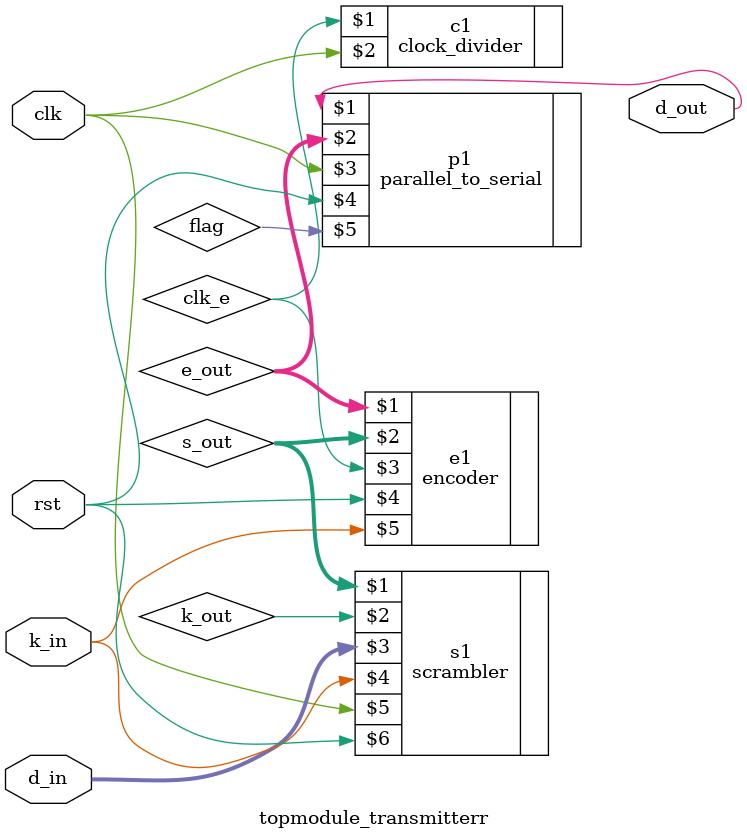
<source format=v>
`timescale 1ns / 1ps
module topmodule_transmitterr(d_in,k_in,clk,rst,d_out);
	input [7:0] d_in;
	input clk,rst,k_in;
	output d_out;
	wire clk_e;
	wire [7:0] s_out;
	wire [9:0] e_out;
	
	scrambler s1(s_out,k_out,d_in,k_in,clk,rst);
	clock_divider c1(clk_e,clk);
	encoder e1(e_out,s_out,clk_e,rst,k_in);
	parallel_to_serial p1(d_out,e_out,clk,rst,flag);
	
endmodule
</source>
